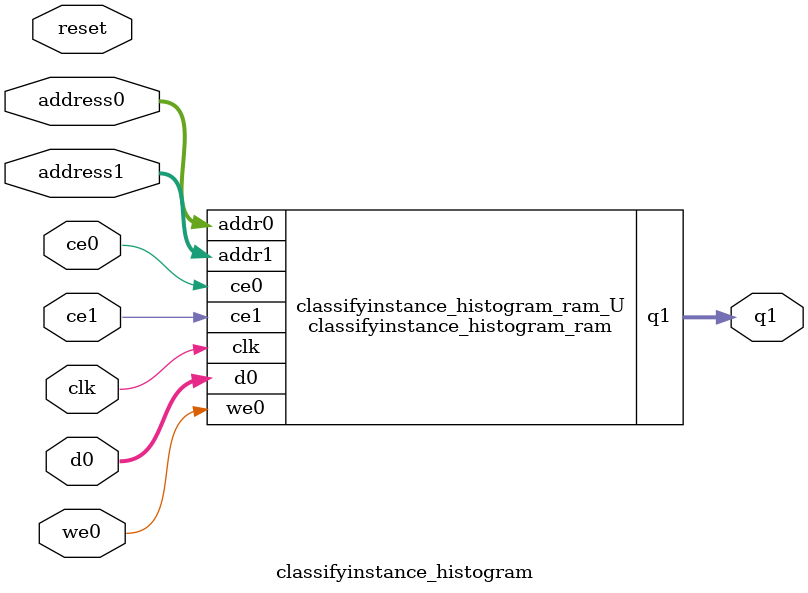
<source format=v>
`timescale 1 ns / 1 ps
module classifyinstance_histogram_ram (addr0, ce0, d0, we0, addr1, ce1, q1,  clk);

parameter DWIDTH = 8;
parameter AWIDTH = 3;
parameter MEM_SIZE = 6;

input[AWIDTH-1:0] addr0;
input ce0;
input[DWIDTH-1:0] d0;
input we0;
input[AWIDTH-1:0] addr1;
input ce1;
output reg[DWIDTH-1:0] q1;
input clk;

reg [DWIDTH-1:0] ram[0:MEM_SIZE-1];




always @(posedge clk)  
begin 
    if (ce0) begin
        if (we0) 
            ram[addr0] <= d0; 
    end
end


always @(posedge clk)  
begin 
    if (ce1) begin
        q1 <= ram[addr1];
    end
end


endmodule

`timescale 1 ns / 1 ps
module classifyinstance_histogram(
    reset,
    clk,
    address0,
    ce0,
    we0,
    d0,
    address1,
    ce1,
    q1);

parameter DataWidth = 32'd8;
parameter AddressRange = 32'd6;
parameter AddressWidth = 32'd3;
input reset;
input clk;
input[AddressWidth - 1:0] address0;
input ce0;
input we0;
input[DataWidth - 1:0] d0;
input[AddressWidth - 1:0] address1;
input ce1;
output[DataWidth - 1:0] q1;



classifyinstance_histogram_ram classifyinstance_histogram_ram_U(
    .clk( clk ),
    .addr0( address0 ),
    .ce0( ce0 ),
    .we0( we0 ),
    .d0( d0 ),
    .addr1( address1 ),
    .ce1( ce1 ),
    .q1( q1 ));

endmodule


</source>
